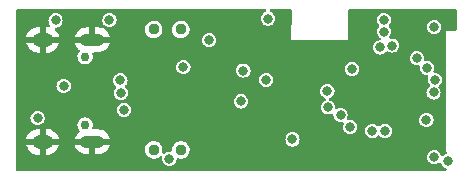
<source format=gbr>
%TF.GenerationSoftware,KiCad,Pcbnew,(6.0.2)*%
%TF.CreationDate,2022-07-11T18:19:18+02:00*%
%TF.ProjectId,ESP32-MicroView,45535033-322d-44d6-9963-726f56696577,rev?*%
%TF.SameCoordinates,Original*%
%TF.FileFunction,Copper,L3,Inr*%
%TF.FilePolarity,Positive*%
%FSLAX46Y46*%
G04 Gerber Fmt 4.6, Leading zero omitted, Abs format (unit mm)*
G04 Created by KiCad (PCBNEW (6.0.2)) date 2022-07-11 18:19:18*
%MOMM*%
%LPD*%
G01*
G04 APERTURE LIST*
%TA.AperFunction,ComponentPad*%
%ADD10C,0.750000*%
%TD*%
%TA.AperFunction,ComponentPad*%
%ADD11O,1.800000X1.200000*%
%TD*%
%TA.AperFunction,ComponentPad*%
%ADD12O,2.000000X1.100000*%
%TD*%
%TA.AperFunction,ComponentPad*%
%ADD13C,0.950000*%
%TD*%
%TA.AperFunction,ViaPad*%
%ADD14C,0.800000*%
%TD*%
G04 APERTURE END LIST*
D10*
%TO.N,*%
%TO.C,USBC1*%
X71232900Y-46449200D03*
X71232900Y-40669200D03*
D11*
%TO.N,GND*%
X67642900Y-39239200D03*
D12*
X71842900Y-47879200D03*
X71842900Y-39239200D03*
D11*
X67642900Y-47879200D03*
%TD*%
D13*
%TO.N,*%
%TO.C,S2*%
X77031200Y-38358000D03*
X79331200Y-38358000D03*
%TD*%
%TO.N,*%
%TO.C,S1*%
X79331200Y-48552300D03*
X77031200Y-48552300D03*
%TD*%
D14*
%TO.N,+5V*%
X67208400Y-45872400D03*
%TO.N,GND*%
X95300800Y-37541200D03*
X70053200Y-39725600D03*
X100787200Y-39580100D03*
X89865200Y-44043600D03*
X66090800Y-46990000D03*
X89865200Y-48463200D03*
X92198775Y-47294800D03*
X83820000Y-39725600D03*
X68122800Y-45364400D03*
X97332800Y-48818800D03*
X87934800Y-40386000D03*
X95808800Y-42570400D03*
X98755200Y-37541200D03*
X67665600Y-43484800D03*
%TO.N,EN*%
X78365595Y-49294748D03*
X101955600Y-49530000D03*
%TO.N,+3V3*%
X100787200Y-38150800D03*
X79552800Y-41554400D03*
X96520000Y-37541200D03*
X100787200Y-49174400D03*
X93827600Y-41706800D03*
X91744800Y-43586400D03*
X100838000Y-42621200D03*
X69410350Y-43146750D03*
X74523600Y-45161200D03*
%TO.N,LCD_RESET*%
X84429600Y-44450000D03*
X96226000Y-39881364D03*
%TO.N,LCD_RS*%
X88788391Y-47666600D03*
X100736400Y-43688000D03*
%TO.N,LCD_DATA*%
X86560600Y-42621200D03*
X99314000Y-40795000D03*
%TO.N,IO2*%
X96520000Y-38540703D03*
X86715600Y-37439600D03*
%TO.N,LCD_CS*%
X97212451Y-39720369D03*
X84632800Y-41838702D03*
%TO.N,RX*%
X92862400Y-45618400D03*
%TO.N,TX*%
X73290612Y-37554988D03*
X91795600Y-44955400D03*
X68732400Y-37592000D03*
%TO.N,LCD_BL*%
X100172700Y-41605200D03*
X96621600Y-46939200D03*
%TO.N,UPLOAD*%
X100124200Y-46024800D03*
X81737200Y-39268400D03*
%TO.N,USB_N*%
X95554800Y-46939211D03*
X74268881Y-43734879D03*
%TO.N,USB_P*%
X93675200Y-46612691D03*
X74218800Y-42672000D03*
%TD*%
%TA.AperFunction,Conductor*%
%TO.N,GND*%
G36*
X86542158Y-36647302D02*
G01*
X86588651Y-36700958D01*
X86598755Y-36771232D01*
X86569261Y-36835812D01*
X86522254Y-36869709D01*
X86412759Y-36915064D01*
X86406208Y-36920091D01*
X86294408Y-37005878D01*
X86287318Y-37011318D01*
X86282295Y-37017864D01*
X86275061Y-37027292D01*
X86191064Y-37136759D01*
X86130556Y-37282838D01*
X86109918Y-37439600D01*
X86130556Y-37596362D01*
X86191064Y-37742441D01*
X86287318Y-37867882D01*
X86412759Y-37964136D01*
X86558838Y-38024644D01*
X86567026Y-38025722D01*
X86637219Y-38034963D01*
X86715600Y-38045282D01*
X86723788Y-38044204D01*
X86864174Y-38025722D01*
X86872362Y-38024644D01*
X87018441Y-37964136D01*
X87143882Y-37867882D01*
X87240136Y-37742441D01*
X87300644Y-37596362D01*
X87321282Y-37439600D01*
X87300644Y-37282838D01*
X87240136Y-37136759D01*
X87156139Y-37027292D01*
X87148905Y-37017864D01*
X87143882Y-37011318D01*
X87136793Y-37005878D01*
X87024992Y-36920091D01*
X87018441Y-36915064D01*
X86908946Y-36869709D01*
X86853664Y-36825160D01*
X86831243Y-36757797D01*
X86848801Y-36689006D01*
X86900763Y-36640627D01*
X86957163Y-36627300D01*
X88619143Y-36627300D01*
X88687264Y-36647302D01*
X88733757Y-36700958D01*
X88745120Y-36755723D01*
X88698099Y-39200860D01*
X88696800Y-39268400D01*
X93522800Y-39268400D01*
X93522800Y-36753300D01*
X93542802Y-36685179D01*
X93596458Y-36638686D01*
X93648800Y-36627300D01*
X102591100Y-36627300D01*
X102659221Y-36647302D01*
X102705714Y-36700958D01*
X102717100Y-36753300D01*
X102717100Y-38329100D01*
X102697098Y-38397221D01*
X102643442Y-38443714D01*
X102591100Y-38455100D01*
X101803299Y-38455100D01*
X101803200Y-38455059D01*
X101803101Y-38455100D01*
X101802817Y-38455217D01*
X101802659Y-38455600D01*
X101802700Y-38455699D01*
X101802700Y-48717101D01*
X101802659Y-48717200D01*
X101802700Y-48717299D01*
X101802817Y-48717583D01*
X101803200Y-48717741D01*
X101803299Y-48717700D01*
X101809455Y-48717700D01*
X101823648Y-48735381D01*
X101857840Y-48769590D01*
X101872915Y-48838968D01*
X101848088Y-48905482D01*
X101795456Y-48946357D01*
X101652759Y-49005464D01*
X101626223Y-49025826D01*
X101566056Y-49071993D01*
X101499835Y-49097593D01*
X101430286Y-49083328D01*
X101379491Y-49033727D01*
X101372839Y-49017391D01*
X101372244Y-49017638D01*
X101358445Y-48984324D01*
X101311736Y-48871559D01*
X101233493Y-48769590D01*
X101220505Y-48752664D01*
X101215482Y-48746118D01*
X101090041Y-48649864D01*
X100943962Y-48589356D01*
X100787200Y-48568718D01*
X100630438Y-48589356D01*
X100484359Y-48649864D01*
X100358918Y-48746118D01*
X100353895Y-48752664D01*
X100340907Y-48769590D01*
X100262664Y-48871559D01*
X100202156Y-49017638D01*
X100181518Y-49174400D01*
X100202156Y-49331162D01*
X100262664Y-49477241D01*
X100358918Y-49602682D01*
X100484359Y-49698936D01*
X100630438Y-49759444D01*
X100787200Y-49780082D01*
X100795388Y-49779004D01*
X100935774Y-49760522D01*
X100943962Y-49759444D01*
X101090041Y-49698936D01*
X101176743Y-49632407D01*
X101242965Y-49606807D01*
X101312514Y-49621072D01*
X101363309Y-49670673D01*
X101369961Y-49687009D01*
X101370556Y-49686762D01*
X101431064Y-49832841D01*
X101527318Y-49958282D01*
X101652759Y-50054536D01*
X101731232Y-50087041D01*
X101762255Y-50099891D01*
X101817536Y-50144440D01*
X101839957Y-50211803D01*
X101822399Y-50280594D01*
X101770437Y-50328973D01*
X101714037Y-50342300D01*
X65506100Y-50342300D01*
X65437979Y-50322298D01*
X65391486Y-50268642D01*
X65380100Y-50216300D01*
X65380100Y-48146599D01*
X66267612Y-48146599D01*
X66289094Y-48235737D01*
X66292983Y-48247032D01*
X66375529Y-48428582D01*
X66381476Y-48438924D01*
X66496868Y-48601597D01*
X66504661Y-48610625D01*
X66648731Y-48748542D01*
X66658096Y-48755938D01*
X66825641Y-48864121D01*
X66836245Y-48869617D01*
X67021212Y-48944161D01*
X67032670Y-48947555D01*
X67229828Y-48986057D01*
X67238691Y-48987134D01*
X67241400Y-48987200D01*
X67370785Y-48987200D01*
X67386024Y-48982725D01*
X67387229Y-48981335D01*
X67388900Y-48973652D01*
X67388900Y-48969085D01*
X67896900Y-48969085D01*
X67901375Y-48984324D01*
X67902765Y-48985529D01*
X67910448Y-48987200D01*
X67992732Y-48987200D01*
X67998708Y-48986915D01*
X68147394Y-48972729D01*
X68159128Y-48970470D01*
X68350499Y-48914328D01*
X68361575Y-48909898D01*
X68538878Y-48818581D01*
X68548924Y-48812131D01*
X68705757Y-48688938D01*
X68714406Y-48680701D01*
X68845112Y-48530077D01*
X68852047Y-48520353D01*
X68951910Y-48347733D01*
X68956884Y-48336869D01*
X69022307Y-48148473D01*
X69022548Y-48147484D01*
X69022189Y-48144968D01*
X70368202Y-48144968D01*
X70405454Y-48271542D01*
X70410047Y-48282910D01*
X70500466Y-48455866D01*
X70507182Y-48466128D01*
X70629468Y-48618220D01*
X70638052Y-48626986D01*
X70787556Y-48752436D01*
X70797667Y-48759360D01*
X70968698Y-48853384D01*
X70979962Y-48858212D01*
X71165995Y-48917225D01*
X71177984Y-48919773D01*
X71329847Y-48936807D01*
X71336871Y-48937200D01*
X71570785Y-48937200D01*
X71586024Y-48932725D01*
X71587229Y-48931335D01*
X71588900Y-48923652D01*
X71588900Y-48919085D01*
X72096900Y-48919085D01*
X72101375Y-48934324D01*
X72102765Y-48935529D01*
X72110448Y-48937200D01*
X72342024Y-48937200D01*
X72348172Y-48936899D01*
X72493261Y-48922673D01*
X72505296Y-48920290D01*
X72692123Y-48863883D01*
X72703465Y-48859208D01*
X72875779Y-48767588D01*
X72885995Y-48760801D01*
X73037235Y-48637453D01*
X73045939Y-48628809D01*
X73075654Y-48592890D01*
X76281723Y-48592890D01*
X76282963Y-48600105D01*
X76282963Y-48600108D01*
X76303170Y-48717700D01*
X76311163Y-48764218D01*
X76379227Y-48924179D01*
X76482264Y-49064191D01*
X76614748Y-49176744D01*
X76769571Y-49255800D01*
X76776677Y-49257539D01*
X76776680Y-49257540D01*
X76858515Y-49277565D01*
X76938428Y-49297120D01*
X76945929Y-49297585D01*
X76947449Y-49297680D01*
X76947462Y-49297680D01*
X76949390Y-49297800D01*
X77074730Y-49297800D01*
X77171139Y-49286560D01*
X77196598Y-49283592D01*
X77196600Y-49283592D01*
X77203870Y-49282744D01*
X77210747Y-49280248D01*
X77210750Y-49280247D01*
X77360398Y-49225927D01*
X77367277Y-49223430D01*
X77512656Y-49128115D01*
X77558214Y-49080023D01*
X77619583Y-49044325D01*
X77690510Y-49047473D01*
X77748476Y-49088466D01*
X77775077Y-49154291D01*
X77774609Y-49183120D01*
X77759913Y-49294748D01*
X77780551Y-49451510D01*
X77841059Y-49597589D01*
X77937313Y-49723030D01*
X78062754Y-49819284D01*
X78208833Y-49879792D01*
X78365595Y-49900430D01*
X78373783Y-49899352D01*
X78514169Y-49880870D01*
X78522357Y-49879792D01*
X78668436Y-49819284D01*
X78793877Y-49723030D01*
X78890131Y-49597589D01*
X78950639Y-49451510D01*
X78960967Y-49373064D01*
X78989688Y-49308138D01*
X79048953Y-49269046D01*
X79115837Y-49267122D01*
X79169475Y-49280247D01*
X79238428Y-49297120D01*
X79245929Y-49297585D01*
X79247449Y-49297680D01*
X79247462Y-49297680D01*
X79249390Y-49297800D01*
X79374730Y-49297800D01*
X79471139Y-49286560D01*
X79496598Y-49283592D01*
X79496600Y-49283592D01*
X79503870Y-49282744D01*
X79510747Y-49280248D01*
X79510750Y-49280247D01*
X79660398Y-49225927D01*
X79667277Y-49223430D01*
X79812656Y-49128115D01*
X79932209Y-49001912D01*
X79977666Y-48923652D01*
X80015844Y-48857924D01*
X80015845Y-48857921D01*
X80019522Y-48851591D01*
X80069913Y-48685215D01*
X80071795Y-48654891D01*
X80077140Y-48568718D01*
X80080677Y-48511710D01*
X80073213Y-48468269D01*
X80052477Y-48347598D01*
X80051237Y-48340382D01*
X79983173Y-48180421D01*
X79880136Y-48040409D01*
X79747652Y-47927856D01*
X79592829Y-47848800D01*
X79585723Y-47847061D01*
X79585720Y-47847060D01*
X79503885Y-47827035D01*
X79423972Y-47807480D01*
X79416471Y-47807015D01*
X79414951Y-47806920D01*
X79414938Y-47806920D01*
X79413010Y-47806800D01*
X79287670Y-47806800D01*
X79196971Y-47817374D01*
X79165802Y-47821008D01*
X79165800Y-47821008D01*
X79158530Y-47821856D01*
X79151653Y-47824352D01*
X79151650Y-47824353D01*
X79075129Y-47852129D01*
X78995123Y-47881170D01*
X78849744Y-47976485D01*
X78730191Y-48102688D01*
X78726514Y-48109019D01*
X78678817Y-48191136D01*
X78642878Y-48253009D01*
X78592487Y-48419385D01*
X78592034Y-48426694D01*
X78592033Y-48426697D01*
X78582413Y-48581769D01*
X78558232Y-48648520D01*
X78501800Y-48691602D01*
X78440209Y-48698889D01*
X78373783Y-48690144D01*
X78365595Y-48689066D01*
X78208833Y-48709704D01*
X78062754Y-48770212D01*
X77965833Y-48844582D01*
X77958595Y-48850136D01*
X77892375Y-48875736D01*
X77822826Y-48861471D01*
X77772030Y-48811870D01*
X77756114Y-48742680D01*
X77761301Y-48713649D01*
X77765771Y-48698889D01*
X77769913Y-48685215D01*
X77771795Y-48654891D01*
X77777140Y-48568718D01*
X77780677Y-48511710D01*
X77773213Y-48468269D01*
X77752477Y-48347598D01*
X77751237Y-48340382D01*
X77683173Y-48180421D01*
X77580136Y-48040409D01*
X77447652Y-47927856D01*
X77292829Y-47848800D01*
X77285723Y-47847061D01*
X77285720Y-47847060D01*
X77203885Y-47827035D01*
X77123972Y-47807480D01*
X77116471Y-47807015D01*
X77114951Y-47806920D01*
X77114938Y-47806920D01*
X77113010Y-47806800D01*
X76987670Y-47806800D01*
X76896971Y-47817374D01*
X76865802Y-47821008D01*
X76865800Y-47821008D01*
X76858530Y-47821856D01*
X76851653Y-47824352D01*
X76851650Y-47824353D01*
X76775129Y-47852129D01*
X76695123Y-47881170D01*
X76549744Y-47976485D01*
X76430191Y-48102688D01*
X76426514Y-48109019D01*
X76378817Y-48191136D01*
X76342878Y-48253009D01*
X76292487Y-48419385D01*
X76281723Y-48592890D01*
X73075654Y-48592890D01*
X73170338Y-48478437D01*
X73177197Y-48468269D01*
X73270021Y-48296593D01*
X73274771Y-48285293D01*
X73316495Y-48150507D01*
X73316701Y-48136405D01*
X73309945Y-48133200D01*
X72115015Y-48133200D01*
X72099776Y-48137675D01*
X72098571Y-48139065D01*
X72096900Y-48146748D01*
X72096900Y-48919085D01*
X71588900Y-48919085D01*
X71588900Y-48151315D01*
X71584425Y-48136076D01*
X71583035Y-48134871D01*
X71575352Y-48133200D01*
X70382853Y-48133200D01*
X70369322Y-48137173D01*
X70368202Y-48144968D01*
X69022189Y-48144968D01*
X69021080Y-48137192D01*
X69007515Y-48133200D01*
X67915015Y-48133200D01*
X67899776Y-48137675D01*
X67898571Y-48139065D01*
X67896900Y-48146748D01*
X67896900Y-48969085D01*
X67388900Y-48969085D01*
X67388900Y-48151315D01*
X67384425Y-48136076D01*
X67383035Y-48134871D01*
X67375352Y-48133200D01*
X66282498Y-48133200D01*
X66268967Y-48137173D01*
X66267612Y-48146599D01*
X65380100Y-48146599D01*
X65380100Y-47666600D01*
X88182709Y-47666600D01*
X88203347Y-47823362D01*
X88263855Y-47969441D01*
X88360109Y-48094882D01*
X88485550Y-48191136D01*
X88631629Y-48251644D01*
X88788391Y-48272282D01*
X88796579Y-48271204D01*
X88936965Y-48252722D01*
X88945153Y-48251644D01*
X89091232Y-48191136D01*
X89216673Y-48094882D01*
X89312927Y-47969441D01*
X89373435Y-47823362D01*
X89394073Y-47666600D01*
X89375475Y-47525333D01*
X89374513Y-47518026D01*
X89373435Y-47509838D01*
X89312927Y-47363759D01*
X89224565Y-47248603D01*
X89221696Y-47244864D01*
X89216673Y-47238318D01*
X89091232Y-47142064D01*
X88945153Y-47081556D01*
X88788391Y-47060918D01*
X88631629Y-47081556D01*
X88485550Y-47142064D01*
X88360109Y-47238318D01*
X88355086Y-47244864D01*
X88352217Y-47248603D01*
X88263855Y-47363759D01*
X88203347Y-47509838D01*
X88202269Y-47518026D01*
X88201307Y-47525333D01*
X88182709Y-47666600D01*
X65380100Y-47666600D01*
X65380100Y-47610916D01*
X66263252Y-47610916D01*
X66264720Y-47621208D01*
X66278285Y-47625200D01*
X67370785Y-47625200D01*
X67386024Y-47620725D01*
X67387229Y-47619335D01*
X67388900Y-47611652D01*
X67388900Y-47607085D01*
X67896900Y-47607085D01*
X67901375Y-47622324D01*
X67902765Y-47623529D01*
X67910448Y-47625200D01*
X69003302Y-47625200D01*
X69014217Y-47621995D01*
X70369099Y-47621995D01*
X70375855Y-47625200D01*
X73302947Y-47625200D01*
X73316478Y-47621227D01*
X73317598Y-47613432D01*
X73280346Y-47486858D01*
X73275753Y-47475490D01*
X73185334Y-47302534D01*
X73178618Y-47292272D01*
X73056332Y-47140180D01*
X73047748Y-47131414D01*
X72898244Y-47005964D01*
X72888133Y-46999040D01*
X72717102Y-46905016D01*
X72705838Y-46900188D01*
X72519805Y-46841175D01*
X72507816Y-46838627D01*
X72355953Y-46821593D01*
X72348929Y-46821200D01*
X71968522Y-46821200D01*
X71900401Y-46801198D01*
X71853908Y-46747542D01*
X71843804Y-46677268D01*
X71848523Y-46656979D01*
X71851686Y-46650256D01*
X71868997Y-46559507D01*
X71880761Y-46497839D01*
X71880761Y-46497837D01*
X71882246Y-46490053D01*
X71876072Y-46391909D01*
X71872504Y-46335195D01*
X71872504Y-46335193D01*
X71872006Y-46327284D01*
X71868821Y-46317480D01*
X71843961Y-46240971D01*
X71821608Y-46172175D01*
X71734219Y-46034473D01*
X71615331Y-45922829D01*
X71523600Y-45872400D01*
X71479362Y-45848080D01*
X71479361Y-45848079D01*
X71472413Y-45844260D01*
X71370206Y-45818017D01*
X71322123Y-45805671D01*
X71322122Y-45805671D01*
X71314446Y-45803700D01*
X71192292Y-45803700D01*
X71134477Y-45811004D01*
X71078960Y-45818017D01*
X71078957Y-45818018D01*
X71071095Y-45819011D01*
X71063729Y-45821928D01*
X71063727Y-45821928D01*
X70997675Y-45848080D01*
X70919457Y-45879049D01*
X70913044Y-45883709D01*
X70913041Y-45883710D01*
X70793930Y-45970248D01*
X70793926Y-45970252D01*
X70787513Y-45974911D01*
X70782460Y-45981019D01*
X70782458Y-45981021D01*
X70733554Y-46040136D01*
X70683555Y-46100575D01*
X70614114Y-46248144D01*
X70597508Y-46335195D01*
X70586690Y-46391909D01*
X70583554Y-46408347D01*
X70586643Y-46457444D01*
X70593064Y-46559507D01*
X70593794Y-46571116D01*
X70596243Y-46578652D01*
X70596243Y-46578654D01*
X70609963Y-46620879D01*
X70644192Y-46726225D01*
X70648440Y-46732918D01*
X70648440Y-46732919D01*
X70672734Y-46771200D01*
X70731581Y-46863927D01*
X70737359Y-46869353D01*
X70742412Y-46875461D01*
X70740582Y-46876975D01*
X70770522Y-46927938D01*
X70767681Y-46998877D01*
X70727937Y-47056213D01*
X70648570Y-47120943D01*
X70639861Y-47129591D01*
X70515462Y-47279963D01*
X70508603Y-47290131D01*
X70415779Y-47461807D01*
X70411029Y-47473107D01*
X70369305Y-47607893D01*
X70369099Y-47621995D01*
X69014217Y-47621995D01*
X69016833Y-47621227D01*
X69018188Y-47611801D01*
X68996706Y-47522663D01*
X68992817Y-47511368D01*
X68910271Y-47329818D01*
X68904324Y-47319476D01*
X68788932Y-47156803D01*
X68781139Y-47147775D01*
X68637069Y-47009858D01*
X68627704Y-47002462D01*
X68460159Y-46894279D01*
X68449555Y-46888783D01*
X68264588Y-46814239D01*
X68253130Y-46810845D01*
X68055972Y-46772343D01*
X68047109Y-46771266D01*
X68044400Y-46771200D01*
X67915015Y-46771200D01*
X67899776Y-46775675D01*
X67898571Y-46777065D01*
X67896900Y-46784748D01*
X67896900Y-47607085D01*
X67388900Y-47607085D01*
X67388900Y-46789315D01*
X67384425Y-46774076D01*
X67383035Y-46772871D01*
X67375352Y-46771200D01*
X67293068Y-46771200D01*
X67287092Y-46771485D01*
X67138406Y-46785671D01*
X67126672Y-46787930D01*
X66935301Y-46844072D01*
X66924225Y-46848502D01*
X66746922Y-46939819D01*
X66736876Y-46946269D01*
X66580043Y-47069462D01*
X66571394Y-47077699D01*
X66440688Y-47228323D01*
X66433753Y-47238047D01*
X66333890Y-47410667D01*
X66328916Y-47421531D01*
X66263493Y-47609927D01*
X66263252Y-47610916D01*
X65380100Y-47610916D01*
X65380100Y-45872400D01*
X66602718Y-45872400D01*
X66603796Y-45880588D01*
X66620440Y-46007009D01*
X66623356Y-46029162D01*
X66683864Y-46175241D01*
X66780118Y-46300682D01*
X66905559Y-46396936D01*
X67051638Y-46457444D01*
X67208400Y-46478082D01*
X67216588Y-46477004D01*
X67356974Y-46458522D01*
X67365162Y-46457444D01*
X67511241Y-46396936D01*
X67636682Y-46300682D01*
X67732936Y-46175241D01*
X67793444Y-46029162D01*
X67796361Y-46007009D01*
X67813004Y-45880588D01*
X67814082Y-45872400D01*
X67793444Y-45715638D01*
X67732936Y-45569559D01*
X67636682Y-45444118D01*
X67629593Y-45438678D01*
X67517792Y-45352891D01*
X67511241Y-45347864D01*
X67365162Y-45287356D01*
X67208400Y-45266718D01*
X67051638Y-45287356D01*
X66905559Y-45347864D01*
X66899008Y-45352891D01*
X66787208Y-45438678D01*
X66780118Y-45444118D01*
X66683864Y-45569559D01*
X66623356Y-45715638D01*
X66602718Y-45872400D01*
X65380100Y-45872400D01*
X65380100Y-45161200D01*
X73917918Y-45161200D01*
X73938556Y-45317962D01*
X73999064Y-45464041D01*
X74095318Y-45589482D01*
X74101864Y-45594505D01*
X74112285Y-45602501D01*
X74220759Y-45685736D01*
X74366838Y-45746244D01*
X74523600Y-45766882D01*
X74531788Y-45765804D01*
X74672174Y-45747322D01*
X74680362Y-45746244D01*
X74826441Y-45685736D01*
X74934915Y-45602501D01*
X74945336Y-45594505D01*
X74951882Y-45589482D01*
X75048136Y-45464041D01*
X75108644Y-45317962D01*
X75129282Y-45161200D01*
X75108644Y-45004438D01*
X75048136Y-44858359D01*
X74951882Y-44732918D01*
X74826441Y-44636664D01*
X74680362Y-44576156D01*
X74523600Y-44555518D01*
X74495095Y-44559271D01*
X74424948Y-44548332D01*
X74412033Y-44536869D01*
X74362050Y-44578139D01*
X74359209Y-44579316D01*
X74220759Y-44636664D01*
X74095318Y-44732918D01*
X73999064Y-44858359D01*
X73938556Y-45004438D01*
X73917918Y-45161200D01*
X65380100Y-45161200D01*
X65380100Y-44450000D01*
X83823918Y-44450000D01*
X83844556Y-44606762D01*
X83905064Y-44752841D01*
X84001318Y-44878282D01*
X84126759Y-44974536D01*
X84272838Y-45035044D01*
X84429600Y-45055682D01*
X84437788Y-45054604D01*
X84578174Y-45036122D01*
X84586362Y-45035044D01*
X84732441Y-44974536D01*
X84857882Y-44878282D01*
X84954136Y-44752841D01*
X85014644Y-44606762D01*
X85035282Y-44450000D01*
X85014644Y-44293238D01*
X84954136Y-44147159D01*
X84885659Y-44057918D01*
X84862905Y-44028264D01*
X84857882Y-44021718D01*
X84848713Y-44014682D01*
X84738992Y-43930491D01*
X84732441Y-43925464D01*
X84586362Y-43864956D01*
X84429600Y-43844318D01*
X84272838Y-43864956D01*
X84126759Y-43925464D01*
X84120208Y-43930491D01*
X84010488Y-44014682D01*
X84001318Y-44021718D01*
X83996295Y-44028264D01*
X83973541Y-44057918D01*
X83905064Y-44147159D01*
X83844556Y-44293238D01*
X83823918Y-44450000D01*
X65380100Y-44450000D01*
X65380100Y-43146750D01*
X68804668Y-43146750D01*
X68825306Y-43303512D01*
X68885814Y-43449591D01*
X68982068Y-43575032D01*
X69107509Y-43671286D01*
X69253588Y-43731794D01*
X69261776Y-43732872D01*
X69331969Y-43742113D01*
X69410350Y-43752432D01*
X69418538Y-43751354D01*
X69422815Y-43750791D01*
X69488731Y-43742113D01*
X69558924Y-43732872D01*
X69567112Y-43731794D01*
X69713191Y-43671286D01*
X69838632Y-43575032D01*
X69934886Y-43449591D01*
X69995394Y-43303512D01*
X70016032Y-43146750D01*
X70003888Y-43054505D01*
X69996472Y-42998176D01*
X69995394Y-42989988D01*
X69934886Y-42843909D01*
X69838632Y-42718468D01*
X69778074Y-42672000D01*
X73613118Y-42672000D01*
X73633756Y-42828762D01*
X73694264Y-42974841D01*
X73790518Y-43100282D01*
X73797064Y-43105305D01*
X73797065Y-43105306D01*
X73822471Y-43124801D01*
X73864338Y-43182139D01*
X73868559Y-43253010D01*
X73839394Y-43305673D01*
X73840599Y-43306597D01*
X73744345Y-43432038D01*
X73683837Y-43578117D01*
X73682759Y-43586305D01*
X73681669Y-43594588D01*
X73663199Y-43734879D01*
X73665294Y-43750791D01*
X73682517Y-43881611D01*
X73683837Y-43891641D01*
X73744345Y-44037720D01*
X73802950Y-44114096D01*
X73823294Y-44140608D01*
X73840599Y-44163161D01*
X73966040Y-44259415D01*
X74112119Y-44319923D01*
X74268881Y-44340561D01*
X74297386Y-44336808D01*
X74367533Y-44347747D01*
X74380448Y-44359210D01*
X74430431Y-44317940D01*
X74508484Y-44285609D01*
X74571722Y-44259415D01*
X74697163Y-44163161D01*
X74714469Y-44140608D01*
X74734812Y-44114096D01*
X74793417Y-44037720D01*
X74853925Y-43891641D01*
X74855246Y-43881611D01*
X74872468Y-43750791D01*
X74874563Y-43734879D01*
X74856093Y-43594588D01*
X74855016Y-43586400D01*
X91139118Y-43586400D01*
X91140196Y-43594588D01*
X91158666Y-43734879D01*
X91159756Y-43743162D01*
X91220264Y-43889241D01*
X91316518Y-44014682D01*
X91323064Y-44019705D01*
X91334218Y-44028264D01*
X91441959Y-44110936D01*
X91552238Y-44156615D01*
X91572510Y-44165012D01*
X91627791Y-44209560D01*
X91650212Y-44276924D01*
X91632654Y-44345715D01*
X91580692Y-44394093D01*
X91572510Y-44397830D01*
X91492759Y-44430864D01*
X91367318Y-44527118D01*
X91271064Y-44652559D01*
X91210556Y-44798638D01*
X91189918Y-44955400D01*
X91210556Y-45112162D01*
X91271064Y-45258241D01*
X91367318Y-45383682D01*
X91492759Y-45479936D01*
X91638838Y-45540444D01*
X91795600Y-45561082D01*
X91803788Y-45560004D01*
X91944174Y-45541522D01*
X91952362Y-45540444D01*
X92083580Y-45486092D01*
X92154167Y-45478503D01*
X92217654Y-45510282D01*
X92253882Y-45571340D01*
X92257796Y-45602501D01*
X92257796Y-45610212D01*
X92256718Y-45618400D01*
X92277356Y-45775162D01*
X92337864Y-45921241D01*
X92434118Y-46046682D01*
X92559559Y-46142936D01*
X92705638Y-46203444D01*
X92862400Y-46224082D01*
X92988495Y-46207481D01*
X93058642Y-46218420D01*
X93111741Y-46265548D01*
X93130931Y-46333902D01*
X93121349Y-46380620D01*
X93093317Y-46448296D01*
X93093316Y-46448300D01*
X93090156Y-46455929D01*
X93089078Y-46464117D01*
X93082018Y-46517745D01*
X93069518Y-46612691D01*
X93090156Y-46769453D01*
X93150664Y-46915532D01*
X93246918Y-47040973D01*
X93372359Y-47137227D01*
X93518438Y-47197735D01*
X93675200Y-47218373D01*
X93683388Y-47217295D01*
X93823774Y-47198813D01*
X93831962Y-47197735D01*
X93978041Y-47137227D01*
X94103482Y-47040973D01*
X94181567Y-46939211D01*
X94949118Y-46939211D01*
X94969756Y-47095973D01*
X95030264Y-47242052D01*
X95126518Y-47367493D01*
X95251959Y-47463747D01*
X95363232Y-47509838D01*
X95390383Y-47521084D01*
X95398038Y-47524255D01*
X95554800Y-47544893D01*
X95562988Y-47543815D01*
X95703374Y-47525333D01*
X95711562Y-47524255D01*
X95719218Y-47521084D01*
X95746368Y-47509838D01*
X95857641Y-47463747D01*
X95983082Y-47367493D01*
X95988106Y-47360946D01*
X95988238Y-47360774D01*
X95988386Y-47360666D01*
X95993950Y-47355102D01*
X95994817Y-47355969D01*
X96045574Y-47318904D01*
X96116445Y-47314679D01*
X96178349Y-47349440D01*
X96188167Y-47360770D01*
X96188292Y-47360933D01*
X96188295Y-47360936D01*
X96193318Y-47367482D01*
X96318759Y-47463736D01*
X96464838Y-47524244D01*
X96621600Y-47544882D01*
X96629788Y-47543804D01*
X96770174Y-47525322D01*
X96778362Y-47524244D01*
X96924441Y-47463736D01*
X97049882Y-47367482D01*
X97057766Y-47357208D01*
X97099718Y-47302534D01*
X97146136Y-47242041D01*
X97206644Y-47095962D01*
X97208683Y-47080478D01*
X97226204Y-46947388D01*
X97227282Y-46939200D01*
X97206644Y-46782438D01*
X97146136Y-46636359D01*
X97049882Y-46510918D01*
X96924441Y-46414664D01*
X96796653Y-46361732D01*
X96785991Y-46357316D01*
X96778362Y-46354156D01*
X96621600Y-46333518D01*
X96464838Y-46354156D01*
X96457209Y-46357316D01*
X96446547Y-46361732D01*
X96318759Y-46414664D01*
X96193318Y-46510918D01*
X96188295Y-46517464D01*
X96188294Y-46517465D01*
X96188162Y-46517637D01*
X96188014Y-46517745D01*
X96182450Y-46523309D01*
X96181583Y-46522442D01*
X96130826Y-46559507D01*
X96059955Y-46563732D01*
X95998051Y-46528971D01*
X95988233Y-46517641D01*
X95988108Y-46517478D01*
X95988105Y-46517475D01*
X95983082Y-46510929D01*
X95857641Y-46414675D01*
X95711562Y-46354167D01*
X95554800Y-46333529D01*
X95398038Y-46354167D01*
X95251959Y-46414675D01*
X95126518Y-46510929D01*
X95121495Y-46517475D01*
X95112674Y-46528971D01*
X95030264Y-46636370D01*
X94969756Y-46782449D01*
X94949118Y-46939211D01*
X94181567Y-46939211D01*
X94199736Y-46915532D01*
X94260244Y-46769453D01*
X94280882Y-46612691D01*
X94268382Y-46517745D01*
X94261322Y-46464117D01*
X94260244Y-46455929D01*
X94199736Y-46309850D01*
X94103482Y-46184409D01*
X94078815Y-46165481D01*
X93984592Y-46093182D01*
X93978041Y-46088155D01*
X93831962Y-46027647D01*
X93810337Y-46024800D01*
X99518518Y-46024800D01*
X99539156Y-46181562D01*
X99599664Y-46327641D01*
X99695918Y-46453082D01*
X99702464Y-46458105D01*
X99710299Y-46464117D01*
X99821359Y-46549336D01*
X99967438Y-46609844D01*
X100124200Y-46630482D01*
X100132388Y-46629404D01*
X100272774Y-46610922D01*
X100280962Y-46609844D01*
X100427041Y-46549336D01*
X100538101Y-46464117D01*
X100545936Y-46458105D01*
X100552482Y-46453082D01*
X100648736Y-46327641D01*
X100709244Y-46181562D01*
X100729882Y-46024800D01*
X100709244Y-45868038D01*
X100701968Y-45850471D01*
X100698578Y-45842288D01*
X100648736Y-45721959D01*
X100552482Y-45596518D01*
X100543313Y-45589482D01*
X100504896Y-45560004D01*
X100427041Y-45500264D01*
X100280962Y-45439756D01*
X100124200Y-45419118D01*
X99967438Y-45439756D01*
X99821359Y-45500264D01*
X99743504Y-45560004D01*
X99705088Y-45589482D01*
X99695918Y-45596518D01*
X99599664Y-45721959D01*
X99549822Y-45842288D01*
X99546433Y-45850471D01*
X99539156Y-45868038D01*
X99518518Y-46024800D01*
X93810337Y-46024800D01*
X93675200Y-46007009D01*
X93549105Y-46023610D01*
X93478958Y-46012671D01*
X93425859Y-45965543D01*
X93406669Y-45897189D01*
X93416251Y-45850471D01*
X93444283Y-45782795D01*
X93444284Y-45782790D01*
X93447444Y-45775162D01*
X93468082Y-45618400D01*
X93447444Y-45461638D01*
X93386936Y-45315559D01*
X93290682Y-45190118D01*
X93165241Y-45093864D01*
X93019162Y-45033356D01*
X92862400Y-45012718D01*
X92705638Y-45033356D01*
X92574420Y-45087708D01*
X92503833Y-45095297D01*
X92440346Y-45063518D01*
X92404118Y-45002460D01*
X92400204Y-44971299D01*
X92400204Y-44963588D01*
X92401282Y-44955400D01*
X92380644Y-44798638D01*
X92320136Y-44652559D01*
X92223882Y-44527118D01*
X92098441Y-44430864D01*
X91967890Y-44376788D01*
X91912609Y-44332240D01*
X91890188Y-44264876D01*
X91907746Y-44196085D01*
X91959708Y-44147707D01*
X91967890Y-44143970D01*
X91968083Y-44143890D01*
X92047641Y-44110936D01*
X92155382Y-44028264D01*
X92166536Y-44019705D01*
X92173082Y-44014682D01*
X92269336Y-43889241D01*
X92329844Y-43743162D01*
X92330935Y-43734879D01*
X92349404Y-43594588D01*
X92350482Y-43586400D01*
X92331466Y-43441961D01*
X92330922Y-43437826D01*
X92329844Y-43429638D01*
X92269336Y-43283559D01*
X92173082Y-43158118D01*
X92047641Y-43061864D01*
X91901562Y-43001356D01*
X91877408Y-42998176D01*
X91815213Y-42989988D01*
X91744800Y-42980718D01*
X91674387Y-42989988D01*
X91612193Y-42998176D01*
X91588038Y-43001356D01*
X91441959Y-43061864D01*
X91316518Y-43158118D01*
X91220264Y-43283559D01*
X91159756Y-43429638D01*
X91158678Y-43437826D01*
X91158134Y-43441961D01*
X91139118Y-43586400D01*
X74855016Y-43586400D01*
X74855003Y-43586305D01*
X74853925Y-43578117D01*
X74793417Y-43432038D01*
X74697163Y-43306597D01*
X74682472Y-43295324D01*
X74665210Y-43282078D01*
X74623343Y-43224740D01*
X74619122Y-43153869D01*
X74648287Y-43101206D01*
X74647082Y-43100282D01*
X74698882Y-43032775D01*
X74743336Y-42974841D01*
X74803844Y-42828762D01*
X74824482Y-42672000D01*
X74817794Y-42621200D01*
X85954918Y-42621200D01*
X85955996Y-42629388D01*
X85967724Y-42718468D01*
X85975556Y-42777962D01*
X86036064Y-42924041D01*
X86132318Y-43049482D01*
X86257759Y-43145736D01*
X86403838Y-43206244D01*
X86560600Y-43226882D01*
X86568788Y-43225804D01*
X86709174Y-43207322D01*
X86717362Y-43206244D01*
X86863441Y-43145736D01*
X86988882Y-43049482D01*
X87085136Y-42924041D01*
X87145644Y-42777962D01*
X87153477Y-42718468D01*
X87165204Y-42629388D01*
X87166282Y-42621200D01*
X87145644Y-42464438D01*
X87085136Y-42318359D01*
X86988882Y-42192918D01*
X86863441Y-42096664D01*
X86717362Y-42036156D01*
X86560600Y-42015518D01*
X86403838Y-42036156D01*
X86257759Y-42096664D01*
X86132318Y-42192918D01*
X86036064Y-42318359D01*
X85975556Y-42464438D01*
X85954918Y-42621200D01*
X74817794Y-42621200D01*
X74809820Y-42560628D01*
X74804922Y-42523426D01*
X74803844Y-42515238D01*
X74743336Y-42369159D01*
X74647082Y-42243718D01*
X74628952Y-42229806D01*
X74528192Y-42152491D01*
X74521641Y-42147464D01*
X74375562Y-42086956D01*
X74338647Y-42082096D01*
X74226988Y-42067396D01*
X74218800Y-42066318D01*
X74210612Y-42067396D01*
X74098954Y-42082096D01*
X74062038Y-42086956D01*
X73915959Y-42147464D01*
X73909408Y-42152491D01*
X73808649Y-42229806D01*
X73790518Y-42243718D01*
X73694264Y-42369159D01*
X73633756Y-42515238D01*
X73632678Y-42523426D01*
X73627780Y-42560628D01*
X73613118Y-42672000D01*
X69778074Y-42672000D01*
X69713191Y-42622214D01*
X69567112Y-42561706D01*
X69410350Y-42541068D01*
X69253588Y-42561706D01*
X69107509Y-42622214D01*
X68982068Y-42718468D01*
X68885814Y-42843909D01*
X68825306Y-42989988D01*
X68824228Y-42998176D01*
X68816812Y-43054505D01*
X68804668Y-43146750D01*
X65380100Y-43146750D01*
X65380100Y-41554400D01*
X78947118Y-41554400D01*
X78967756Y-41711162D01*
X79028264Y-41857241D01*
X79124518Y-41982682D01*
X79131064Y-41987705D01*
X79149708Y-42002011D01*
X79249959Y-42078936D01*
X79396038Y-42139444D01*
X79404226Y-42140522D01*
X79456956Y-42147464D01*
X79552800Y-42160082D01*
X79560988Y-42159004D01*
X79701374Y-42140522D01*
X79709562Y-42139444D01*
X79855641Y-42078936D01*
X79955892Y-42002011D01*
X79974536Y-41987705D01*
X79981082Y-41982682D01*
X80077336Y-41857241D01*
X80085015Y-41838702D01*
X84027118Y-41838702D01*
X84047756Y-41995464D01*
X84108264Y-42141543D01*
X84204518Y-42266984D01*
X84329959Y-42363238D01*
X84476038Y-42423746D01*
X84632800Y-42444384D01*
X84640988Y-42443306D01*
X84781374Y-42424824D01*
X84789562Y-42423746D01*
X84935641Y-42363238D01*
X85061082Y-42266984D01*
X85157336Y-42141543D01*
X85217844Y-41995464D01*
X85238482Y-41838702D01*
X85221117Y-41706800D01*
X93221918Y-41706800D01*
X93242556Y-41863562D01*
X93303064Y-42009641D01*
X93356236Y-42078936D01*
X93391359Y-42124709D01*
X93399318Y-42135082D01*
X93405864Y-42140105D01*
X93407738Y-42141543D01*
X93524759Y-42231336D01*
X93670838Y-42291844D01*
X93827600Y-42312482D01*
X93835788Y-42311404D01*
X93976174Y-42292922D01*
X93984362Y-42291844D01*
X94130441Y-42231336D01*
X94247462Y-42141543D01*
X94249336Y-42140105D01*
X94255882Y-42135082D01*
X94263842Y-42124709D01*
X94298964Y-42078936D01*
X94352136Y-42009641D01*
X94412644Y-41863562D01*
X94433282Y-41706800D01*
X94412644Y-41550038D01*
X94352136Y-41403959D01*
X94255882Y-41278518D01*
X94130441Y-41182264D01*
X93984362Y-41121756D01*
X93827600Y-41101118D01*
X93670838Y-41121756D01*
X93524759Y-41182264D01*
X93399318Y-41278518D01*
X93303064Y-41403959D01*
X93242556Y-41550038D01*
X93221918Y-41706800D01*
X85221117Y-41706800D01*
X85217844Y-41681940D01*
X85157336Y-41535861D01*
X85061082Y-41410420D01*
X84935641Y-41314166D01*
X84789562Y-41253658D01*
X84773619Y-41251559D01*
X84711181Y-41243339D01*
X84632800Y-41233020D01*
X84554419Y-41243339D01*
X84491982Y-41251559D01*
X84476038Y-41253658D01*
X84329959Y-41314166D01*
X84204518Y-41410420D01*
X84108264Y-41535861D01*
X84047756Y-41681940D01*
X84027118Y-41838702D01*
X80085015Y-41838702D01*
X80137844Y-41711162D01*
X80158482Y-41554400D01*
X80137844Y-41397638D01*
X80077336Y-41251559D01*
X79981082Y-41126118D01*
X79973993Y-41120678D01*
X79917727Y-41077504D01*
X79855641Y-41029864D01*
X79709562Y-40969356D01*
X79552800Y-40948718D01*
X79396038Y-40969356D01*
X79249959Y-41029864D01*
X79187873Y-41077504D01*
X79131608Y-41120678D01*
X79124518Y-41126118D01*
X79028264Y-41251559D01*
X78967756Y-41397638D01*
X78947118Y-41554400D01*
X65380100Y-41554400D01*
X65380100Y-39506599D01*
X66267612Y-39506599D01*
X66289094Y-39595737D01*
X66292983Y-39607032D01*
X66375529Y-39788582D01*
X66381476Y-39798924D01*
X66496868Y-39961597D01*
X66504661Y-39970625D01*
X66648731Y-40108542D01*
X66658096Y-40115938D01*
X66825641Y-40224121D01*
X66836245Y-40229617D01*
X67021212Y-40304161D01*
X67032670Y-40307555D01*
X67229828Y-40346057D01*
X67238691Y-40347134D01*
X67241400Y-40347200D01*
X67370785Y-40347200D01*
X67386024Y-40342725D01*
X67387229Y-40341335D01*
X67388900Y-40333652D01*
X67388900Y-40329085D01*
X67896900Y-40329085D01*
X67901375Y-40344324D01*
X67902765Y-40345529D01*
X67910448Y-40347200D01*
X67992732Y-40347200D01*
X67998708Y-40346915D01*
X68147394Y-40332729D01*
X68159128Y-40330470D01*
X68350499Y-40274328D01*
X68361575Y-40269898D01*
X68538878Y-40178581D01*
X68548924Y-40172131D01*
X68705757Y-40048938D01*
X68714406Y-40040701D01*
X68845112Y-39890077D01*
X68852047Y-39880353D01*
X68951910Y-39707733D01*
X68956884Y-39696869D01*
X69022307Y-39508473D01*
X69022548Y-39507484D01*
X69022189Y-39504968D01*
X70368202Y-39504968D01*
X70405454Y-39631542D01*
X70410047Y-39642910D01*
X70500466Y-39815866D01*
X70507182Y-39826128D01*
X70629468Y-39978220D01*
X70638052Y-39986986D01*
X70731955Y-40065781D01*
X70771281Y-40124890D01*
X70772407Y-40195878D01*
X70748048Y-40242616D01*
X70725479Y-40269898D01*
X70688608Y-40314466D01*
X70688605Y-40314470D01*
X70683555Y-40320575D01*
X70680180Y-40327748D01*
X70680179Y-40327749D01*
X70671812Y-40345529D01*
X70614114Y-40468144D01*
X70583554Y-40628347D01*
X70593794Y-40791116D01*
X70644192Y-40946225D01*
X70731581Y-41083927D01*
X70850469Y-41195571D01*
X70900876Y-41223282D01*
X70940396Y-41245008D01*
X70993387Y-41274140D01*
X71038339Y-41285682D01*
X71143677Y-41312729D01*
X71143678Y-41312729D01*
X71151354Y-41314700D01*
X71273508Y-41314700D01*
X71331323Y-41307396D01*
X71386840Y-41300383D01*
X71386843Y-41300382D01*
X71394705Y-41299389D01*
X71402071Y-41296472D01*
X71402073Y-41296472D01*
X71538973Y-41242269D01*
X71546343Y-41239351D01*
X71552756Y-41234691D01*
X71552759Y-41234690D01*
X71671870Y-41148152D01*
X71671874Y-41148148D01*
X71678287Y-41143489D01*
X71687243Y-41132664D01*
X71768799Y-41034079D01*
X71782245Y-41017825D01*
X71851686Y-40870256D01*
X71866042Y-40795000D01*
X98708318Y-40795000D01*
X98728956Y-40951762D01*
X98789464Y-41097841D01*
X98885718Y-41223282D01*
X99011159Y-41319536D01*
X99157238Y-41380044D01*
X99314000Y-41400682D01*
X99322188Y-41399604D01*
X99337122Y-41397638D01*
X99436080Y-41384610D01*
X99506229Y-41395549D01*
X99559327Y-41442678D01*
X99578517Y-41511031D01*
X99577448Y-41525972D01*
X99567018Y-41605200D01*
X99587656Y-41761962D01*
X99648164Y-41908041D01*
X99744418Y-42033482D01*
X99869859Y-42129736D01*
X100015938Y-42190244D01*
X100172700Y-42210882D01*
X100173271Y-42210807D01*
X100237977Y-42229806D01*
X100284470Y-42283462D01*
X100294574Y-42353736D01*
X100286265Y-42384022D01*
X100261263Y-42444384D01*
X100252956Y-42464438D01*
X100232318Y-42621200D01*
X100233396Y-42629388D01*
X100245124Y-42718468D01*
X100252956Y-42777962D01*
X100313464Y-42924041D01*
X100318491Y-42930592D01*
X100396898Y-43032775D01*
X100422498Y-43098996D01*
X100408233Y-43168544D01*
X100373639Y-43209442D01*
X100308118Y-43259718D01*
X100211864Y-43385159D01*
X100151356Y-43531238D01*
X100130718Y-43688000D01*
X100151356Y-43844762D01*
X100211864Y-43990841D01*
X100252862Y-44044271D01*
X100300159Y-44105909D01*
X100308118Y-44116282D01*
X100433559Y-44212536D01*
X100579638Y-44273044D01*
X100587826Y-44274122D01*
X100658019Y-44283363D01*
X100736400Y-44293682D01*
X100744588Y-44292604D01*
X100884974Y-44274122D01*
X100893162Y-44273044D01*
X101039241Y-44212536D01*
X101164682Y-44116282D01*
X101172642Y-44105909D01*
X101219938Y-44044271D01*
X101260936Y-43990841D01*
X101321444Y-43844762D01*
X101342082Y-43688000D01*
X101321444Y-43531238D01*
X101260936Y-43385159D01*
X101204140Y-43311141D01*
X101177502Y-43276425D01*
X101151902Y-43210204D01*
X101166167Y-43140656D01*
X101200761Y-43099758D01*
X101259736Y-43054505D01*
X101266282Y-43049482D01*
X101362536Y-42924041D01*
X101423044Y-42777962D01*
X101430877Y-42718468D01*
X101442604Y-42629388D01*
X101443682Y-42621200D01*
X101423044Y-42464438D01*
X101362536Y-42318359D01*
X101266282Y-42192918D01*
X101140841Y-42096664D01*
X100994762Y-42036156D01*
X100838000Y-42015518D01*
X100837429Y-42015593D01*
X100772723Y-41996594D01*
X100726230Y-41942938D01*
X100716126Y-41872664D01*
X100724435Y-41842378D01*
X100754584Y-41769592D01*
X100754585Y-41769589D01*
X100757744Y-41761962D01*
X100778382Y-41605200D01*
X100757744Y-41448438D01*
X100697236Y-41302359D01*
X100611130Y-41190143D01*
X100606005Y-41183464D01*
X100600982Y-41176918D01*
X100475541Y-41080664D01*
X100345270Y-41026704D01*
X100337091Y-41023316D01*
X100329462Y-41020156D01*
X100172700Y-40999518D01*
X100050620Y-41015590D01*
X99980471Y-41004651D01*
X99927373Y-40957522D01*
X99908183Y-40889169D01*
X99909252Y-40874221D01*
X99910800Y-40862469D01*
X99919682Y-40795000D01*
X99899044Y-40638238D01*
X99838536Y-40492159D01*
X99742282Y-40366718D01*
X99713098Y-40344324D01*
X99663792Y-40306491D01*
X99616841Y-40270464D01*
X99470762Y-40209956D01*
X99314000Y-40189318D01*
X99157238Y-40209956D01*
X99011159Y-40270464D01*
X98964208Y-40306491D01*
X98914903Y-40344324D01*
X98885718Y-40366718D01*
X98789464Y-40492159D01*
X98728956Y-40638238D01*
X98708318Y-40795000D01*
X71866042Y-40795000D01*
X71882246Y-40710053D01*
X71872006Y-40547284D01*
X71854095Y-40492159D01*
X71844340Y-40462136D01*
X71842313Y-40391168D01*
X71878975Y-40330370D01*
X71942688Y-40299045D01*
X71964173Y-40297200D01*
X72342024Y-40297200D01*
X72348172Y-40296899D01*
X72493261Y-40282673D01*
X72505296Y-40280290D01*
X72692123Y-40223883D01*
X72703465Y-40219208D01*
X72875779Y-40127588D01*
X72885995Y-40120801D01*
X73037235Y-39997453D01*
X73045939Y-39988809D01*
X73134826Y-39881364D01*
X95620318Y-39881364D01*
X95640956Y-40038126D01*
X95701464Y-40184205D01*
X95797718Y-40309646D01*
X95923159Y-40405900D01*
X96069238Y-40466408D01*
X96226000Y-40487046D01*
X96234188Y-40485968D01*
X96236923Y-40485608D01*
X96382762Y-40466408D01*
X96528841Y-40405900D01*
X96654282Y-40309646D01*
X96659305Y-40303100D01*
X96659308Y-40303097D01*
X96703467Y-40245547D01*
X96760805Y-40203679D01*
X96831676Y-40199457D01*
X96880135Y-40222288D01*
X96903058Y-40239878D01*
X96903061Y-40239880D01*
X96909610Y-40244905D01*
X97055689Y-40305413D01*
X97212451Y-40326051D01*
X97220639Y-40324973D01*
X97254046Y-40320575D01*
X97369213Y-40305413D01*
X97515292Y-40244905D01*
X97640733Y-40148651D01*
X97665835Y-40115938D01*
X97717245Y-40048938D01*
X97736987Y-40023210D01*
X97797495Y-39877131D01*
X97818133Y-39720369D01*
X97799459Y-39578523D01*
X97798573Y-39571795D01*
X97797495Y-39563607D01*
X97736987Y-39417528D01*
X97640733Y-39292087D01*
X97632230Y-39285562D01*
X97521843Y-39200860D01*
X97515292Y-39195833D01*
X97369213Y-39135325D01*
X97329085Y-39130042D01*
X97220639Y-39115765D01*
X97212451Y-39114687D01*
X97095820Y-39130042D01*
X97025673Y-39119103D01*
X96972574Y-39071975D01*
X96953384Y-39003621D01*
X96974195Y-38935743D01*
X96979412Y-38928416D01*
X97039509Y-38850095D01*
X97044536Y-38843544D01*
X97105044Y-38697465D01*
X97106902Y-38683356D01*
X97124604Y-38548891D01*
X97125682Y-38540703D01*
X97105044Y-38383941D01*
X97044536Y-38237862D01*
X96977731Y-38150800D01*
X100181518Y-38150800D01*
X100202156Y-38307562D01*
X100205316Y-38315191D01*
X100209732Y-38325853D01*
X100262664Y-38453641D01*
X100358918Y-38579082D01*
X100484359Y-38675336D01*
X100630438Y-38735844D01*
X100638626Y-38736922D01*
X100691356Y-38743864D01*
X100787200Y-38756482D01*
X100795388Y-38755404D01*
X100935774Y-38736922D01*
X100943962Y-38735844D01*
X101090041Y-38675336D01*
X101215482Y-38579082D01*
X101311736Y-38453641D01*
X101364668Y-38325853D01*
X101369084Y-38315191D01*
X101372244Y-38307562D01*
X101392882Y-38150800D01*
X101372244Y-37994038D01*
X101311736Y-37847959D01*
X101215482Y-37722518D01*
X101090041Y-37626264D01*
X100943962Y-37565756D01*
X100787200Y-37545118D01*
X100630438Y-37565756D01*
X100484359Y-37626264D01*
X100358918Y-37722518D01*
X100262664Y-37847959D01*
X100202156Y-37994038D01*
X100181518Y-38150800D01*
X96977731Y-38150800D01*
X96952299Y-38117656D01*
X96926699Y-38051435D01*
X96940964Y-37981887D01*
X96952299Y-37964249D01*
X97039507Y-37850596D01*
X97039509Y-37850592D01*
X97044536Y-37844041D01*
X97105044Y-37697962D01*
X97125682Y-37541200D01*
X97105044Y-37384438D01*
X97044536Y-37238359D01*
X96948282Y-37112918D01*
X96822841Y-37016664D01*
X96676762Y-36956156D01*
X96520000Y-36935518D01*
X96363238Y-36956156D01*
X96217159Y-37016664D01*
X96091718Y-37112918D01*
X95995464Y-37238359D01*
X95934956Y-37384438D01*
X95914318Y-37541200D01*
X95934956Y-37697962D01*
X95995464Y-37844041D01*
X96000491Y-37850592D01*
X96000493Y-37850596D01*
X96087701Y-37964249D01*
X96113301Y-38030469D01*
X96099036Y-38100018D01*
X96087701Y-38117656D01*
X95995464Y-38237862D01*
X95934956Y-38383941D01*
X95914318Y-38540703D01*
X95915396Y-38548891D01*
X95933099Y-38683356D01*
X95934956Y-38697465D01*
X95995464Y-38843544D01*
X96091718Y-38968985D01*
X96098264Y-38974008D01*
X96098268Y-38974012D01*
X96211213Y-39060678D01*
X96253080Y-39118016D01*
X96257302Y-39188887D01*
X96222538Y-39250789D01*
X96159825Y-39284071D01*
X96150960Y-39285561D01*
X96069238Y-39296320D01*
X95923159Y-39356828D01*
X95797718Y-39453082D01*
X95701464Y-39578523D01*
X95640956Y-39724602D01*
X95620318Y-39881364D01*
X73134826Y-39881364D01*
X73170338Y-39838437D01*
X73177197Y-39828269D01*
X73270021Y-39656593D01*
X73274771Y-39645293D01*
X73316495Y-39510507D01*
X73316701Y-39496405D01*
X73309945Y-39493200D01*
X70382853Y-39493200D01*
X70369322Y-39497173D01*
X70368202Y-39504968D01*
X69022189Y-39504968D01*
X69021080Y-39497192D01*
X69007515Y-39493200D01*
X67915015Y-39493200D01*
X67899776Y-39497675D01*
X67898571Y-39499065D01*
X67896900Y-39506748D01*
X67896900Y-40329085D01*
X67388900Y-40329085D01*
X67388900Y-39511315D01*
X67384425Y-39496076D01*
X67383035Y-39494871D01*
X67375352Y-39493200D01*
X66282498Y-39493200D01*
X66268967Y-39497173D01*
X66267612Y-39506599D01*
X65380100Y-39506599D01*
X65380100Y-39268400D01*
X81131518Y-39268400D01*
X81132596Y-39276588D01*
X81150289Y-39410977D01*
X81152156Y-39425162D01*
X81212664Y-39571241D01*
X81308918Y-39696682D01*
X81434359Y-39792936D01*
X81580438Y-39853444D01*
X81737200Y-39874082D01*
X81745388Y-39873004D01*
X81885774Y-39854522D01*
X81893962Y-39853444D01*
X82040041Y-39792936D01*
X82165482Y-39696682D01*
X82261736Y-39571241D01*
X82322244Y-39425162D01*
X82324112Y-39410977D01*
X82341804Y-39276588D01*
X82342882Y-39268400D01*
X82324667Y-39130042D01*
X82323322Y-39119826D01*
X82322244Y-39111638D01*
X82261736Y-38965559D01*
X82165482Y-38840118D01*
X82040041Y-38743864D01*
X81893962Y-38683356D01*
X81864491Y-38679476D01*
X81745388Y-38663796D01*
X81737200Y-38662718D01*
X81729012Y-38663796D01*
X81609910Y-38679476D01*
X81580438Y-38683356D01*
X81434359Y-38743864D01*
X81308918Y-38840118D01*
X81212664Y-38965559D01*
X81152156Y-39111638D01*
X81151078Y-39119826D01*
X81149733Y-39130042D01*
X81131518Y-39268400D01*
X65380100Y-39268400D01*
X65380100Y-38970916D01*
X66263252Y-38970916D01*
X66264720Y-38981208D01*
X66278285Y-38985200D01*
X67370785Y-38985200D01*
X67386024Y-38980725D01*
X67387229Y-38979335D01*
X67388900Y-38971652D01*
X67388900Y-38967085D01*
X67896900Y-38967085D01*
X67901375Y-38982324D01*
X67902765Y-38983529D01*
X67910448Y-38985200D01*
X69003302Y-38985200D01*
X69014217Y-38981995D01*
X70369099Y-38981995D01*
X70375855Y-38985200D01*
X71570785Y-38985200D01*
X71586024Y-38980725D01*
X71587229Y-38979335D01*
X71588900Y-38971652D01*
X71588900Y-38967085D01*
X72096900Y-38967085D01*
X72101375Y-38982324D01*
X72102765Y-38983529D01*
X72110448Y-38985200D01*
X73302947Y-38985200D01*
X73316478Y-38981227D01*
X73317598Y-38973432D01*
X73280346Y-38846858D01*
X73275753Y-38835490D01*
X73185334Y-38662534D01*
X73178618Y-38652272D01*
X73056332Y-38500180D01*
X73047748Y-38491414D01*
X72937126Y-38398590D01*
X76281723Y-38398590D01*
X76282963Y-38405805D01*
X76282963Y-38405808D01*
X76300485Y-38507775D01*
X76311163Y-38569918D01*
X76379227Y-38729879D01*
X76482264Y-38869891D01*
X76614748Y-38982444D01*
X76769571Y-39061500D01*
X76776677Y-39063239D01*
X76776680Y-39063240D01*
X76858515Y-39083265D01*
X76938428Y-39102820D01*
X76945929Y-39103285D01*
X76947449Y-39103380D01*
X76947462Y-39103380D01*
X76949390Y-39103500D01*
X77074730Y-39103500D01*
X77165429Y-39092926D01*
X77196598Y-39089292D01*
X77196600Y-39089292D01*
X77203870Y-39088444D01*
X77210747Y-39085948D01*
X77210750Y-39085947D01*
X77360398Y-39031627D01*
X77367277Y-39029130D01*
X77512656Y-38933815D01*
X77632209Y-38807612D01*
X77673937Y-38735772D01*
X77715844Y-38663624D01*
X77715845Y-38663621D01*
X77719522Y-38657291D01*
X77769913Y-38490915D01*
X77770532Y-38480947D01*
X77775641Y-38398590D01*
X78581723Y-38398590D01*
X78582963Y-38405805D01*
X78582963Y-38405808D01*
X78600485Y-38507775D01*
X78611163Y-38569918D01*
X78679227Y-38729879D01*
X78782264Y-38869891D01*
X78914748Y-38982444D01*
X79069571Y-39061500D01*
X79076677Y-39063239D01*
X79076680Y-39063240D01*
X79158515Y-39083265D01*
X79238428Y-39102820D01*
X79245929Y-39103285D01*
X79247449Y-39103380D01*
X79247462Y-39103380D01*
X79249390Y-39103500D01*
X79374730Y-39103500D01*
X79465429Y-39092926D01*
X79496598Y-39089292D01*
X79496600Y-39089292D01*
X79503870Y-39088444D01*
X79510747Y-39085948D01*
X79510750Y-39085947D01*
X79660398Y-39031627D01*
X79667277Y-39029130D01*
X79812656Y-38933815D01*
X79932209Y-38807612D01*
X79973937Y-38735772D01*
X80015844Y-38663624D01*
X80015845Y-38663621D01*
X80019522Y-38657291D01*
X80069913Y-38490915D01*
X80070532Y-38480947D01*
X80075726Y-38397221D01*
X80080677Y-38317410D01*
X80077655Y-38299819D01*
X80052477Y-38153298D01*
X80051237Y-38146082D01*
X79983173Y-37986121D01*
X79880136Y-37846109D01*
X79747652Y-37733556D01*
X79592829Y-37654500D01*
X79585723Y-37652761D01*
X79585720Y-37652760D01*
X79497984Y-37631291D01*
X79423972Y-37613180D01*
X79416471Y-37612715D01*
X79414951Y-37612620D01*
X79414938Y-37612620D01*
X79413010Y-37612500D01*
X79287670Y-37612500D01*
X79196971Y-37623074D01*
X79165802Y-37626708D01*
X79165800Y-37626708D01*
X79158530Y-37627556D01*
X79151653Y-37630052D01*
X79151650Y-37630053D01*
X79075129Y-37657829D01*
X78995123Y-37686870D01*
X78849744Y-37782185D01*
X78730191Y-37908388D01*
X78695975Y-37967296D01*
X78662281Y-38025305D01*
X78642878Y-38058709D01*
X78592487Y-38225085D01*
X78581723Y-38398590D01*
X77775641Y-38398590D01*
X77775726Y-38397221D01*
X77780677Y-38317410D01*
X77777655Y-38299819D01*
X77752477Y-38153298D01*
X77751237Y-38146082D01*
X77683173Y-37986121D01*
X77580136Y-37846109D01*
X77447652Y-37733556D01*
X77292829Y-37654500D01*
X77285723Y-37652761D01*
X77285720Y-37652760D01*
X77197984Y-37631291D01*
X77123972Y-37613180D01*
X77116471Y-37612715D01*
X77114951Y-37612620D01*
X77114938Y-37612620D01*
X77113010Y-37612500D01*
X76987670Y-37612500D01*
X76896971Y-37623074D01*
X76865802Y-37626708D01*
X76865800Y-37626708D01*
X76858530Y-37627556D01*
X76851653Y-37630052D01*
X76851650Y-37630053D01*
X76775129Y-37657829D01*
X76695123Y-37686870D01*
X76549744Y-37782185D01*
X76430191Y-37908388D01*
X76395975Y-37967296D01*
X76362281Y-38025305D01*
X76342878Y-38058709D01*
X76292487Y-38225085D01*
X76281723Y-38398590D01*
X72937126Y-38398590D01*
X72898244Y-38365964D01*
X72888133Y-38359040D01*
X72717102Y-38265016D01*
X72705838Y-38260188D01*
X72519805Y-38201175D01*
X72507816Y-38198627D01*
X72355953Y-38181593D01*
X72348929Y-38181200D01*
X72115015Y-38181200D01*
X72099776Y-38185675D01*
X72098571Y-38187065D01*
X72096900Y-38194748D01*
X72096900Y-38967085D01*
X71588900Y-38967085D01*
X71588900Y-38199315D01*
X71584425Y-38184076D01*
X71583035Y-38182871D01*
X71575352Y-38181200D01*
X71343776Y-38181200D01*
X71337628Y-38181501D01*
X71192539Y-38195727D01*
X71180504Y-38198110D01*
X70993677Y-38254517D01*
X70982335Y-38259192D01*
X70810021Y-38350812D01*
X70799805Y-38357599D01*
X70648565Y-38480947D01*
X70639861Y-38489591D01*
X70515462Y-38639963D01*
X70508603Y-38650131D01*
X70415779Y-38821807D01*
X70411029Y-38833107D01*
X70369305Y-38967893D01*
X70369099Y-38981995D01*
X69014217Y-38981995D01*
X69016833Y-38981227D01*
X69018188Y-38971801D01*
X68996706Y-38882663D01*
X68992817Y-38871368D01*
X68910271Y-38689818D01*
X68904324Y-38679476D01*
X68788932Y-38516803D01*
X68781139Y-38507775D01*
X68680238Y-38411183D01*
X68644862Y-38349628D01*
X68648381Y-38278718D01*
X68689678Y-38220968D01*
X68750922Y-38195244D01*
X68889162Y-38177044D01*
X69035241Y-38116536D01*
X69147406Y-38030469D01*
X69154136Y-38025305D01*
X69160682Y-38020282D01*
X69256936Y-37894841D01*
X69317444Y-37748762D01*
X69338082Y-37592000D01*
X69333209Y-37554988D01*
X72684930Y-37554988D01*
X72686008Y-37563176D01*
X72702293Y-37686870D01*
X72705568Y-37711750D01*
X72766076Y-37857829D01*
X72862330Y-37983270D01*
X72987771Y-38079524D01*
X73133850Y-38140032D01*
X73142038Y-38141110D01*
X73189679Y-38147382D01*
X73290612Y-38160670D01*
X73298800Y-38159592D01*
X73439186Y-38141110D01*
X73447374Y-38140032D01*
X73593453Y-38079524D01*
X73718894Y-37983270D01*
X73815148Y-37857829D01*
X73875656Y-37711750D01*
X73878932Y-37686870D01*
X73895216Y-37563176D01*
X73896294Y-37554988D01*
X73875656Y-37398226D01*
X73815148Y-37252147D01*
X73718894Y-37126706D01*
X73593453Y-37030452D01*
X73447374Y-36969944D01*
X73290612Y-36949306D01*
X73133850Y-36969944D01*
X72987771Y-37030452D01*
X72862330Y-37126706D01*
X72766076Y-37252147D01*
X72705568Y-37398226D01*
X72684930Y-37554988D01*
X69333209Y-37554988D01*
X69317444Y-37435238D01*
X69256936Y-37289159D01*
X69160682Y-37163718D01*
X69035241Y-37067464D01*
X68889162Y-37006956D01*
X68732400Y-36986318D01*
X68575638Y-37006956D01*
X68429559Y-37067464D01*
X68304118Y-37163718D01*
X68207864Y-37289159D01*
X68147356Y-37435238D01*
X68126718Y-37592000D01*
X68147356Y-37748762D01*
X68207864Y-37894841D01*
X68212891Y-37901392D01*
X68212893Y-37901396D01*
X68246276Y-37944902D01*
X68271876Y-38011122D01*
X68257611Y-38080671D01*
X68208010Y-38131466D01*
X68138820Y-38147382D01*
X68122163Y-38145269D01*
X68055972Y-38132343D01*
X68047109Y-38131266D01*
X68044400Y-38131200D01*
X67915015Y-38131200D01*
X67899776Y-38135675D01*
X67898571Y-38137065D01*
X67896900Y-38144748D01*
X67896900Y-38967085D01*
X67388900Y-38967085D01*
X67388900Y-38149315D01*
X67384425Y-38134076D01*
X67383035Y-38132871D01*
X67375352Y-38131200D01*
X67293068Y-38131200D01*
X67287092Y-38131485D01*
X67138406Y-38145671D01*
X67126672Y-38147930D01*
X66935301Y-38204072D01*
X66924225Y-38208502D01*
X66746922Y-38299819D01*
X66736876Y-38306269D01*
X66580043Y-38429462D01*
X66571394Y-38437699D01*
X66440688Y-38588323D01*
X66433753Y-38598047D01*
X66333890Y-38770667D01*
X66328916Y-38781531D01*
X66263493Y-38969927D01*
X66263252Y-38970916D01*
X65380100Y-38970916D01*
X65380100Y-36753300D01*
X65400102Y-36685179D01*
X65453758Y-36638686D01*
X65506100Y-36627300D01*
X86474037Y-36627300D01*
X86542158Y-36647302D01*
G37*
%TD.AperFunction*%
%TD*%
M02*

</source>
